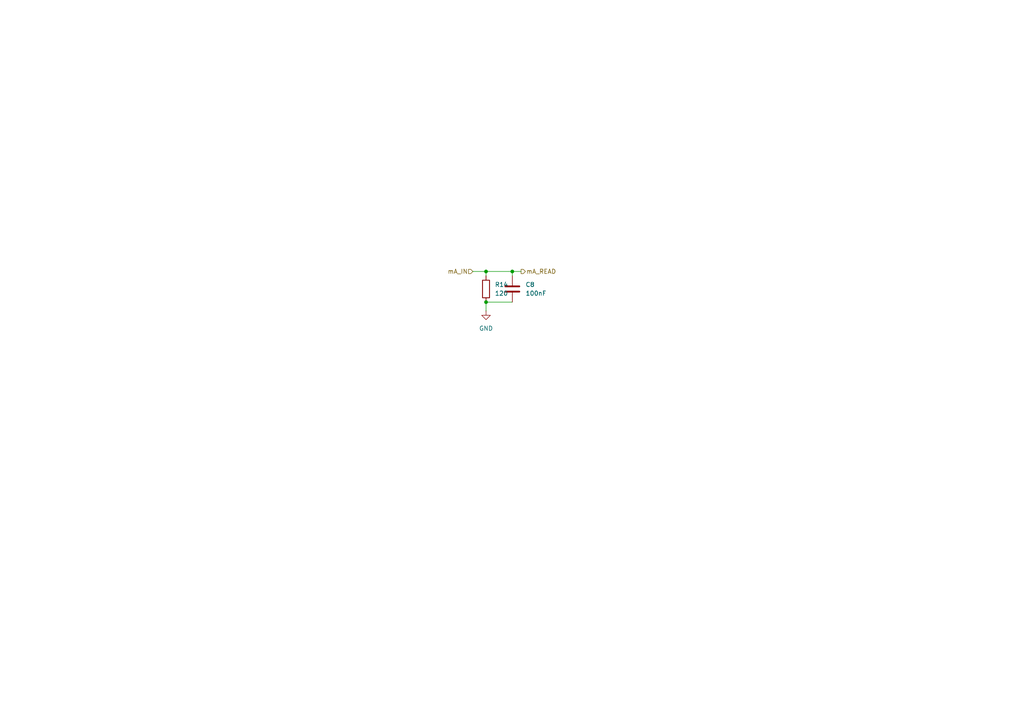
<source format=kicad_sch>
(kicad_sch
	(version 20250114)
	(generator "eeschema")
	(generator_version "9.0")
	(uuid "8748209c-463b-48c8-8b33-9352dfa13c8c")
	(paper "A4")
	(lib_symbols
		(symbol "Device:C"
			(pin_numbers
				(hide yes)
			)
			(pin_names
				(offset 0.254)
			)
			(exclude_from_sim no)
			(in_bom yes)
			(on_board yes)
			(property "Reference" "C"
				(at 0.635 2.54 0)
				(effects
					(font
						(size 1.27 1.27)
					)
					(justify left)
				)
			)
			(property "Value" "C"
				(at 0.635 -2.54 0)
				(effects
					(font
						(size 1.27 1.27)
					)
					(justify left)
				)
			)
			(property "Footprint" ""
				(at 0.9652 -3.81 0)
				(effects
					(font
						(size 1.27 1.27)
					)
					(hide yes)
				)
			)
			(property "Datasheet" "~"
				(at 0 0 0)
				(effects
					(font
						(size 1.27 1.27)
					)
					(hide yes)
				)
			)
			(property "Description" "Unpolarized capacitor"
				(at 0 0 0)
				(effects
					(font
						(size 1.27 1.27)
					)
					(hide yes)
				)
			)
			(property "ki_keywords" "cap capacitor"
				(at 0 0 0)
				(effects
					(font
						(size 1.27 1.27)
					)
					(hide yes)
				)
			)
			(property "ki_fp_filters" "C_*"
				(at 0 0 0)
				(effects
					(font
						(size 1.27 1.27)
					)
					(hide yes)
				)
			)
			(symbol "C_0_1"
				(polyline
					(pts
						(xy -2.032 0.762) (xy 2.032 0.762)
					)
					(stroke
						(width 0.508)
						(type default)
					)
					(fill
						(type none)
					)
				)
				(polyline
					(pts
						(xy -2.032 -0.762) (xy 2.032 -0.762)
					)
					(stroke
						(width 0.508)
						(type default)
					)
					(fill
						(type none)
					)
				)
			)
			(symbol "C_1_1"
				(pin passive line
					(at 0 3.81 270)
					(length 2.794)
					(name "~"
						(effects
							(font
								(size 1.27 1.27)
							)
						)
					)
					(number "1"
						(effects
							(font
								(size 1.27 1.27)
							)
						)
					)
				)
				(pin passive line
					(at 0 -3.81 90)
					(length 2.794)
					(name "~"
						(effects
							(font
								(size 1.27 1.27)
							)
						)
					)
					(number "2"
						(effects
							(font
								(size 1.27 1.27)
							)
						)
					)
				)
			)
			(embedded_fonts no)
		)
		(symbol "Device:R"
			(pin_numbers
				(hide yes)
			)
			(pin_names
				(offset 0)
			)
			(exclude_from_sim no)
			(in_bom yes)
			(on_board yes)
			(property "Reference" "R"
				(at 2.032 0 90)
				(effects
					(font
						(size 1.27 1.27)
					)
				)
			)
			(property "Value" "R"
				(at 0 0 90)
				(effects
					(font
						(size 1.27 1.27)
					)
				)
			)
			(property "Footprint" ""
				(at -1.778 0 90)
				(effects
					(font
						(size 1.27 1.27)
					)
					(hide yes)
				)
			)
			(property "Datasheet" "~"
				(at 0 0 0)
				(effects
					(font
						(size 1.27 1.27)
					)
					(hide yes)
				)
			)
			(property "Description" "Resistor"
				(at 0 0 0)
				(effects
					(font
						(size 1.27 1.27)
					)
					(hide yes)
				)
			)
			(property "ki_keywords" "R res resistor"
				(at 0 0 0)
				(effects
					(font
						(size 1.27 1.27)
					)
					(hide yes)
				)
			)
			(property "ki_fp_filters" "R_*"
				(at 0 0 0)
				(effects
					(font
						(size 1.27 1.27)
					)
					(hide yes)
				)
			)
			(symbol "R_0_1"
				(rectangle
					(start -1.016 -2.54)
					(end 1.016 2.54)
					(stroke
						(width 0.254)
						(type default)
					)
					(fill
						(type none)
					)
				)
			)
			(symbol "R_1_1"
				(pin passive line
					(at 0 3.81 270)
					(length 1.27)
					(name "~"
						(effects
							(font
								(size 1.27 1.27)
							)
						)
					)
					(number "1"
						(effects
							(font
								(size 1.27 1.27)
							)
						)
					)
				)
				(pin passive line
					(at 0 -3.81 90)
					(length 1.27)
					(name "~"
						(effects
							(font
								(size 1.27 1.27)
							)
						)
					)
					(number "2"
						(effects
							(font
								(size 1.27 1.27)
							)
						)
					)
				)
			)
			(embedded_fonts no)
		)
		(symbol "power:GND"
			(power)
			(pin_numbers
				(hide yes)
			)
			(pin_names
				(offset 0)
				(hide yes)
			)
			(exclude_from_sim no)
			(in_bom yes)
			(on_board yes)
			(property "Reference" "#PWR"
				(at 0 -6.35 0)
				(effects
					(font
						(size 1.27 1.27)
					)
					(hide yes)
				)
			)
			(property "Value" "GND"
				(at 0 -3.81 0)
				(effects
					(font
						(size 1.27 1.27)
					)
				)
			)
			(property "Footprint" ""
				(at 0 0 0)
				(effects
					(font
						(size 1.27 1.27)
					)
					(hide yes)
				)
			)
			(property "Datasheet" ""
				(at 0 0 0)
				(effects
					(font
						(size 1.27 1.27)
					)
					(hide yes)
				)
			)
			(property "Description" "Power symbol creates a global label with name \"GND\" , ground"
				(at 0 0 0)
				(effects
					(font
						(size 1.27 1.27)
					)
					(hide yes)
				)
			)
			(property "ki_keywords" "global power"
				(at 0 0 0)
				(effects
					(font
						(size 1.27 1.27)
					)
					(hide yes)
				)
			)
			(symbol "GND_0_1"
				(polyline
					(pts
						(xy 0 0) (xy 0 -1.27) (xy 1.27 -1.27) (xy 0 -2.54) (xy -1.27 -1.27) (xy 0 -1.27)
					)
					(stroke
						(width 0)
						(type default)
					)
					(fill
						(type none)
					)
				)
			)
			(symbol "GND_1_1"
				(pin power_in line
					(at 0 0 270)
					(length 0)
					(name "~"
						(effects
							(font
								(size 1.27 1.27)
							)
						)
					)
					(number "1"
						(effects
							(font
								(size 1.27 1.27)
							)
						)
					)
				)
			)
			(embedded_fonts no)
		)
	)
	(junction
		(at 140.97 87.63)
		(diameter 0)
		(color 0 0 0 0)
		(uuid "073e6e56-882a-4309-8c6f-f56442752e8b")
	)
	(junction
		(at 140.97 78.74)
		(diameter 0)
		(color 0 0 0 0)
		(uuid "2b329f8d-ac5f-4388-aefc-00867ac9f2b6")
	)
	(junction
		(at 148.59 78.74)
		(diameter 0)
		(color 0 0 0 0)
		(uuid "368831e4-d1f4-4ff3-944e-0ea688295658")
	)
	(wire
		(pts
			(xy 140.97 78.74) (xy 140.97 80.01)
		)
		(stroke
			(width 0)
			(type default)
		)
		(uuid "040f8fe4-07f3-4fa3-b599-0ef528a0e03b")
	)
	(wire
		(pts
			(xy 148.59 78.74) (xy 151.13 78.74)
		)
		(stroke
			(width 0)
			(type default)
		)
		(uuid "1f3918a7-846a-4dfa-8c1f-01038bedbd88")
	)
	(wire
		(pts
			(xy 137.16 78.74) (xy 140.97 78.74)
		)
		(stroke
			(width 0)
			(type default)
		)
		(uuid "4f0f1ee5-466d-41e2-a27a-9cbce10cf4ca")
	)
	(wire
		(pts
			(xy 140.97 87.63) (xy 148.59 87.63)
		)
		(stroke
			(width 0)
			(type default)
		)
		(uuid "7842ef56-3275-4d4b-ac36-da6a68aa2e3d")
	)
	(wire
		(pts
			(xy 148.59 78.74) (xy 148.59 80.01)
		)
		(stroke
			(width 0)
			(type default)
		)
		(uuid "93d2cf15-6a86-48ea-9fe1-2273b046c3e6")
	)
	(wire
		(pts
			(xy 140.97 78.74) (xy 148.59 78.74)
		)
		(stroke
			(width 0)
			(type default)
		)
		(uuid "aa6bbc8b-e5c4-407c-b433-4a5b35427156")
	)
	(wire
		(pts
			(xy 140.97 87.63) (xy 140.97 90.17)
		)
		(stroke
			(width 0)
			(type default)
		)
		(uuid "e5f24dea-294d-4f94-bece-530d29a44099")
	)
	(hierarchical_label "mA_IN"
		(shape input)
		(at 137.16 78.74 180)
		(effects
			(font
				(size 1.27 1.27)
			)
			(justify right)
		)
		(uuid "c7836949-5bae-4298-a862-939a145fd298")
	)
	(hierarchical_label "mA_READ"
		(shape output)
		(at 151.13 78.74 0)
		(effects
			(font
				(size 1.27 1.27)
			)
			(justify left)
		)
		(uuid "ff51f694-364f-4e36-be1a-13e24b1e3ed1")
	)
	(symbol
		(lib_id "Device:R")
		(at 140.97 83.82 180)
		(unit 1)
		(exclude_from_sim no)
		(in_bom yes)
		(on_board yes)
		(dnp no)
		(fields_autoplaced yes)
		(uuid "06de1664-3be1-4d57-8c4f-078139e7dcba")
		(property "Reference" "R13"
			(at 143.51 82.5499 0)
			(effects
				(font
					(size 1.27 1.27)
				)
				(justify right)
			)
		)
		(property "Value" "120"
			(at 143.51 85.0899 0)
			(effects
				(font
					(size 1.27 1.27)
				)
				(justify right)
			)
		)
		(property "Footprint" "Resistor_SMD:R_0603_1608Metric"
			(at 142.748 83.82 90)
			(effects
				(font
					(size 1.27 1.27)
				)
				(hide yes)
			)
		)
		(property "Datasheet" "~"
			(at 140.97 83.82 0)
			(effects
				(font
					(size 1.27 1.27)
				)
				(hide yes)
			)
		)
		(property "Description" "Resistor"
			(at 140.97 83.82 0)
			(effects
				(font
					(size 1.27 1.27)
				)
				(hide yes)
			)
		)
		(property "Tolerance" "0.1-1%"
			(at 140.97 83.82 0)
			(effects
				(font
					(size 1.27 1.27)
				)
				(hide yes)
			)
		)
		(pin "1"
			(uuid "e4deee99-bdfb-4926-835b-a40e634ef5a5")
		)
		(pin "2"
			(uuid "694f6152-f950-447b-8253-ede09748c302")
		)
		(instances
			(project ""
				(path "/8290cc18-06d0-4e02-a781-29a61ebc321a/9e4d7a0c-a5eb-4e88-9036-0c35e68b279a/89d29688-da71-49bb-a25b-d6f160f4d0d4"
					(reference "R14")
					(unit 1)
				)
				(path "/8290cc18-06d0-4e02-a781-29a61ebc321a/9e4d7a0c-a5eb-4e88-9036-0c35e68b279a/a4009674-06bb-4fe0-bcda-ed9945d86716"
					(reference "R13")
					(unit 1)
				)
			)
			(project "NIVARA_ZorionX_BOARD"
				(path "/8e19332e-3534-4a04-99a8-04957ac8928f/89d29688-da71-49bb-a25b-d6f160f4d0d4"
					(reference "R?")
					(unit 1)
				)
				(path "/8e19332e-3534-4a04-99a8-04957ac8928f/a4009674-06bb-4fe0-bcda-ed9945d86716"
					(reference "R?")
					(unit 1)
				)
			)
		)
	)
	(symbol
		(lib_id "Device:C")
		(at 148.59 83.82 0)
		(unit 1)
		(exclude_from_sim no)
		(in_bom yes)
		(on_board yes)
		(dnp no)
		(fields_autoplaced yes)
		(uuid "a6b590fd-b1e3-4547-b291-656ff020d666")
		(property "Reference" "C7"
			(at 152.4 82.5499 0)
			(effects
				(font
					(size 1.27 1.27)
				)
				(justify left)
			)
		)
		(property "Value" "100nF"
			(at 152.4 85.0899 0)
			(effects
				(font
					(size 1.27 1.27)
				)
				(justify left)
			)
		)
		(property "Footprint" "Capacitor_SMD:C_0805_2012Metric"
			(at 149.5552 87.63 0)
			(effects
				(font
					(size 1.27 1.27)
				)
				(hide yes)
			)
		)
		(property "Datasheet" "~"
			(at 148.59 83.82 0)
			(effects
				(font
					(size 1.27 1.27)
				)
				(hide yes)
			)
		)
		(property "Description" "Unpolarized capacitor"
			(at 148.59 83.82 0)
			(effects
				(font
					(size 1.27 1.27)
				)
				(hide yes)
			)
		)
		(pin "2"
			(uuid "fdcb3717-c529-4530-b91e-6295fd73c67f")
		)
		(pin "1"
			(uuid "685ce0a2-7a14-434d-b71f-801195fb46f1")
		)
		(instances
			(project "NIVARA"
				(path "/8290cc18-06d0-4e02-a781-29a61ebc321a/9e4d7a0c-a5eb-4e88-9036-0c35e68b279a/89d29688-da71-49bb-a25b-d6f160f4d0d4"
					(reference "C8")
					(unit 1)
				)
				(path "/8290cc18-06d0-4e02-a781-29a61ebc321a/9e4d7a0c-a5eb-4e88-9036-0c35e68b279a/a4009674-06bb-4fe0-bcda-ed9945d86716"
					(reference "C7")
					(unit 1)
				)
			)
			(project "NIVARA_ZorionX_BOARD"
				(path "/8e19332e-3534-4a04-99a8-04957ac8928f/89d29688-da71-49bb-a25b-d6f160f4d0d4"
					(reference "C?")
					(unit 1)
				)
				(path "/8e19332e-3534-4a04-99a8-04957ac8928f/a4009674-06bb-4fe0-bcda-ed9945d86716"
					(reference "C?")
					(unit 1)
				)
			)
		)
	)
	(symbol
		(lib_id "power:GND")
		(at 140.97 90.17 0)
		(unit 1)
		(exclude_from_sim no)
		(in_bom yes)
		(on_board yes)
		(dnp no)
		(fields_autoplaced yes)
		(uuid "fb689e34-0b60-4d3f-8556-1e14706045f9")
		(property "Reference" "#PWR037"
			(at 140.97 96.52 0)
			(effects
				(font
					(size 1.27 1.27)
				)
				(hide yes)
			)
		)
		(property "Value" "GND"
			(at 140.97 95.25 0)
			(effects
				(font
					(size 1.27 1.27)
				)
			)
		)
		(property "Footprint" ""
			(at 140.97 90.17 0)
			(effects
				(font
					(size 1.27 1.27)
				)
				(hide yes)
			)
		)
		(property "Datasheet" ""
			(at 140.97 90.17 0)
			(effects
				(font
					(size 1.27 1.27)
				)
				(hide yes)
			)
		)
		(property "Description" "Power symbol creates a global label with name \"GND\" , ground"
			(at 140.97 90.17 0)
			(effects
				(font
					(size 1.27 1.27)
				)
				(hide yes)
			)
		)
		(pin "1"
			(uuid "ce5aeb2c-4b6f-4319-a5ae-0ff72d1fee6d")
		)
		(instances
			(project ""
				(path "/8290cc18-06d0-4e02-a781-29a61ebc321a/9e4d7a0c-a5eb-4e88-9036-0c35e68b279a/89d29688-da71-49bb-a25b-d6f160f4d0d4"
					(reference "#PWR038")
					(unit 1)
				)
				(path "/8290cc18-06d0-4e02-a781-29a61ebc321a/9e4d7a0c-a5eb-4e88-9036-0c35e68b279a/a4009674-06bb-4fe0-bcda-ed9945d86716"
					(reference "#PWR037")
					(unit 1)
				)
			)
			(project "NIVARA_ZorionX_BOARD"
				(path "/8e19332e-3534-4a04-99a8-04957ac8928f/89d29688-da71-49bb-a25b-d6f160f4d0d4"
					(reference "#PWR?")
					(unit 1)
				)
				(path "/8e19332e-3534-4a04-99a8-04957ac8928f/a4009674-06bb-4fe0-bcda-ed9945d86716"
					(reference "#PWR?")
					(unit 1)
				)
			)
		)
	)
)

</source>
